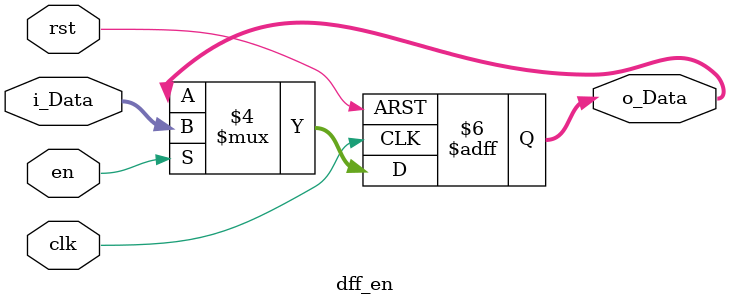
<source format=v>
module dff_en(
	input [7:0] i_Data,
	input clk, en, rst,
	output [7:0] o_Data);

always @(posedge clk, negedge rst)
begin
	if(!rst) o_Data <= 0;
	else if(en == 1)
	begin
		o_Data<=i_Data;
	end
end

endmodule


</source>
